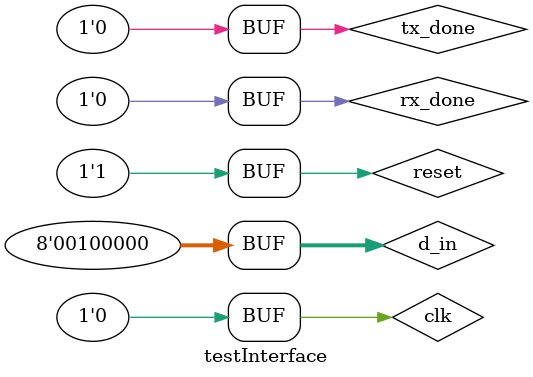
<source format=v>
`timescale 1ns / 1ps


module testInterface;

	// Inputs
	reg clk;
	reg reset = 0;
	reg [7:0] d_in;
	reg rx_done;
	reg tx_done;


	// Outputs
	wire [7:0] d_out;
	wire tx_start;
	wire [31:0] A;
	wire [31:0] B;
	wire [7:0] opcode;
	wire [31:0] d_out_ALU;

	// Instantiate the Unit Under Test (UUT)
	Interface uut (
		.clk(clk), 
		.reset(reset), 
		.d_in(d_in), 
		.rx_done(rx_done), 
		.tx_done(tx_done), 
		.d_out_ALU(d_out_ALU), 
		.d_out(d_out), 
		.tx_start(tx_start), 
		.A(A), 
		.B(B), 
		.opcode(opcode)
	);
	
	
	ALU alu(
	.A(A),
	.B(B),
	.Opcode(opcode),
	.Out(d_out_ALU)
	);

	initial begin
		// Initialize Inputs
		clk = 0;
		reset = 1;
		d_in = 0;
		rx_done = 0;
		tx_done = 0;

		#1;
		reset = 0;
		#2;
		reset = 1;
		// Wait 100 ns for global reset to finish
		#20;
        
		// Add stimulus here
		//primer dato
						d_in = 53; //ascii 5
		rx_done = 1;
		#20;
		rx_done = 0;
		#20;
		//primer dato
						d_in = 56; //ascii 8
		rx_done = 1;
		#20;
		rx_done = 0;
		#20;
		//delimitador
						d_in = 32; //ascii space
		rx_done = 1;
		#20;
		rx_done = 0;
		#20;
		//opcode
						d_in = 43;	//ascii +
		rx_done = 1;
		#20;
		rx_done = 0;
		#20;
		//segundo dato
						d_in = 55;	//ascii 7
		rx_done = 1;
		#20;
		rx_done = 0;
		#20;
		//delimitador
						d_in = 32; //ascii space
		rx_done = 1;
		#20;
		rx_done = 0;

	end
	
	always
	begin
		#1; clk = 1;
		#1; clk = 0;
	end
      
endmodule


</source>
